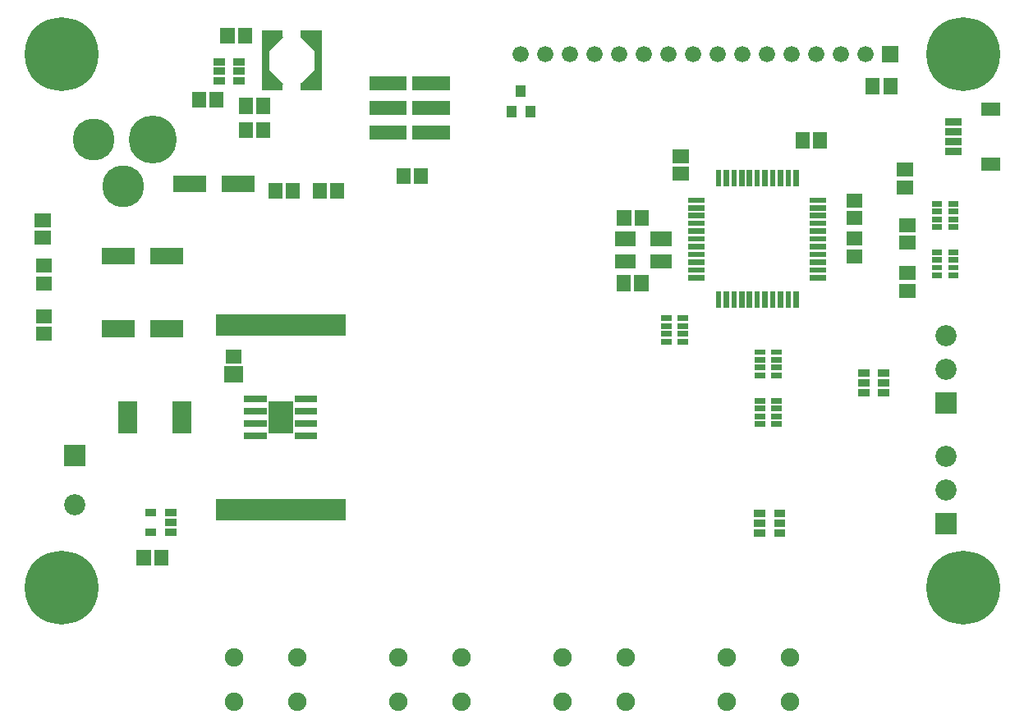
<source format=gbr>
G04 start of page 6 for group -4063 idx -4063 *
G04 Title: (unknown), componentmask *
G04 Creator: pcb 4.0.2 *
G04 CreationDate: Wed Jun 16 02:52:31 2021 UTC *
G04 For: railfan *
G04 Format: Gerber/RS-274X *
G04 PCB-Dimensions (mil): 4000.00 2900.00 *
G04 PCB-Coordinate-Origin: lower left *
%MOIN*%
%FSLAX25Y25*%
%LNTOPMASK*%
%ADD68C,0.1700*%
%ADD67C,0.1950*%
%ADD66C,0.0750*%
%ADD65C,0.0860*%
%ADD64C,0.0660*%
%ADD63C,0.0001*%
%ADD62C,0.2997*%
G54D62*X383000Y273000D03*
G54D63*G36*
X350200Y276300D02*Y269700D01*
X356800D01*
Y276300D01*
X350200D01*
G37*
G54D64*X343500Y273000D03*
X333500D03*
X323500D03*
X313500D03*
X303500D03*
X293500D03*
X283500D03*
X273500D03*
X263500D03*
X253500D03*
X243500D03*
X233500D03*
X223500D03*
X213500D03*
X203500D03*
G54D62*X17000Y56500D03*
G54D63*G36*
X18200Y114300D02*Y105700D01*
X26800D01*
Y114300D01*
X18200D01*
G37*
G54D65*X22500Y90000D03*
G54D66*X153905Y10142D03*
Y27858D03*
G54D62*X17000Y273000D03*
G54D66*X112795Y10142D03*
X87205D03*
X112795Y27858D03*
X87205D03*
G54D67*X54000Y238500D03*
G54D68*X30000D03*
X42000Y219500D03*
G54D66*X179495Y10142D03*
X246095D03*
X220505D03*
X312795D03*
X287205D03*
X179495Y27858D03*
X246095D03*
X220505D03*
X312795D03*
X287205D03*
G54D62*X383000Y56500D03*
G54D63*G36*
X371700Y86520D02*Y77920D01*
X380300D01*
Y86520D01*
X371700D01*
G37*
G54D65*X376000Y96000D03*
Y109779D03*
G54D63*G36*
X371700Y135520D02*Y126920D01*
X380300D01*
Y135520D01*
X371700D01*
G37*
G54D65*X376000Y145000D03*
Y158779D03*
G54D63*G36*
X62558Y223750D02*Y216850D01*
X75757D01*
Y223750D01*
X62558D01*
G37*
G36*
X82243D02*Y216850D01*
X95442D01*
Y223750D01*
X82243D01*
G37*
G36*
X158773Y226752D02*X153055D01*
Y220248D01*
X158773D01*
Y226752D01*
G37*
G36*
X165859D02*X160141D01*
Y220248D01*
X165859D01*
Y226752D01*
G37*
G36*
X53243Y194450D02*Y187550D01*
X66442D01*
Y194450D01*
X53243D01*
G37*
G36*
X33558D02*Y187550D01*
X46757D01*
Y194450D01*
X33558D01*
G37*
G36*
X106773Y220752D02*X101055D01*
Y214248D01*
X106773D01*
Y220752D01*
G37*
G36*
X113859D02*X108141D01*
Y214248D01*
X113859D01*
Y220752D01*
G37*
G36*
X124816D02*X119098D01*
Y214248D01*
X124816D01*
Y220752D01*
G37*
G36*
X131902D02*X126184D01*
Y214248D01*
X131902D01*
Y220752D01*
G37*
G36*
X142076Y263900D02*Y258300D01*
X157164D01*
Y263900D01*
X142076D01*
G37*
G36*
X159556D02*Y258300D01*
X174644D01*
Y263900D01*
X159556D01*
G37*
G36*
X142076Y253900D02*Y248300D01*
X157164D01*
Y253900D01*
X142076D01*
G37*
G36*
X159556D02*Y248300D01*
X174644D01*
Y253900D01*
X159556D01*
G37*
G36*
X101902Y255352D02*X96184D01*
Y248848D01*
X101902D01*
Y255352D01*
G37*
G36*
X94816D02*X89098D01*
Y248848D01*
X94816D01*
Y255352D01*
G37*
G36*
X75816Y257752D02*X70098D01*
Y251248D01*
X75816D01*
Y257752D01*
G37*
G36*
X82902D02*X77184D01*
Y251248D01*
X82902D01*
Y257752D01*
G37*
G36*
X142076Y243900D02*Y238300D01*
X157164D01*
Y243900D01*
X142076D01*
G37*
G36*
X159556D02*Y238300D01*
X174644D01*
Y243900D01*
X159556D01*
G37*
G36*
X99200Y262700D02*Y259100D01*
X102800D01*
Y262700D01*
X99200D01*
G37*
G36*
X118300D02*Y259100D01*
X121900D01*
Y262700D01*
X118300D01*
G37*
G36*
X78700Y271500D02*Y268500D01*
X83300D01*
Y271500D01*
X78700D01*
G37*
G36*
Y267600D02*Y264600D01*
X83300D01*
Y267600D01*
X78700D01*
G37*
G36*
Y263700D02*Y260700D01*
X83300D01*
Y263700D01*
X78700D01*
G37*
G36*
X86900D02*Y260700D01*
X91500D01*
Y263700D01*
X86900D01*
G37*
G36*
Y267600D02*Y264600D01*
X91500D01*
Y267600D01*
X86900D01*
G37*
G36*
Y271500D02*Y268500D01*
X91500D01*
Y271500D01*
X86900D01*
G37*
G36*
X94816Y245452D02*X89098D01*
Y238948D01*
X94816D01*
Y245452D01*
G37*
G36*
X6248Y201273D02*Y195555D01*
X12752D01*
Y201273D01*
X6248D01*
G37*
G36*
Y208359D02*Y202641D01*
X12752D01*
Y208359D01*
X6248D01*
G37*
G36*
X101902Y245452D02*X96184D01*
Y238948D01*
X101902D01*
Y245452D01*
G37*
G36*
X98400Y261200D02*Y258300D01*
X106900D01*
Y261200D01*
X98400D01*
G37*
G36*
X101300Y282600D02*X98400D01*
Y258300D01*
X101300D01*
Y282600D01*
G37*
G36*
X101000Y266919D02*X98454Y264373D01*
X104473Y258354D01*
X107019Y260900D01*
X101000Y266919D01*
G37*
G36*
X99200Y281800D02*Y278200D01*
X102800D01*
Y281800D01*
X99200D01*
G37*
G36*
X98400Y282600D02*Y279700D01*
X106900D01*
Y282600D01*
X98400D01*
G37*
G36*
X122700D02*X119800D01*
Y258300D01*
X122700D01*
Y282600D01*
G37*
G36*
X114200D02*Y279700D01*
X122700D01*
Y282600D01*
X114200D01*
G37*
G36*
X107019Y280000D02*X104473Y282546D01*
X98454Y276527D01*
X101000Y273981D01*
X107019Y280000D01*
G37*
G36*
X114200Y261200D02*Y258300D01*
X122700D01*
Y261200D01*
X114200D01*
G37*
G36*
X122646Y264373D02*X120100Y266919D01*
X114081Y260900D01*
X116627Y258354D01*
X122646Y264373D01*
G37*
G36*
X116627Y282546D02*X114081Y280000D01*
X120100Y273981D01*
X122646Y276527D01*
X116627Y282546D01*
G37*
G36*
X118300Y281800D02*Y278200D01*
X121900D01*
Y281800D01*
X118300D01*
G37*
G36*
X87316Y283752D02*X81598D01*
Y277248D01*
X87316D01*
Y283752D01*
G37*
G36*
X94402D02*X88684D01*
Y277248D01*
X94402D01*
Y283752D01*
G37*
G36*
X298580Y127062D02*Y124788D01*
X302724D01*
Y127062D01*
X298580D01*
G37*
G36*
Y123912D02*Y121640D01*
X302724D01*
Y123912D01*
X298580D01*
G37*
G36*
X305276D02*Y121640D01*
X309420D01*
Y123912D01*
X305276D01*
G37*
G36*
Y127062D02*Y124788D01*
X309420D01*
Y127062D01*
X305276D01*
G37*
G36*
Y130212D02*Y127938D01*
X309420D01*
Y130212D01*
X305276D01*
G37*
G36*
X298580Y133360D02*Y131088D01*
X302724D01*
Y133360D01*
X298580D01*
G37*
G36*
Y130212D02*Y127938D01*
X302724D01*
Y130212D01*
X298580D01*
G37*
G36*
Y153160D02*Y150888D01*
X302724D01*
Y153160D01*
X298580D01*
G37*
G36*
Y150012D02*Y147738D01*
X302724D01*
Y150012D01*
X298580D01*
G37*
G36*
Y146862D02*Y144588D01*
X302724D01*
Y146862D01*
X298580D01*
G37*
G36*
Y143712D02*Y141440D01*
X302724D01*
Y143712D01*
X298580D01*
G37*
G36*
X305276Y133360D02*Y131088D01*
X309420D01*
Y133360D01*
X305276D01*
G37*
G36*
Y143712D02*Y141440D01*
X309420D01*
Y143712D01*
X305276D01*
G37*
G36*
Y146862D02*Y144588D01*
X309420D01*
Y146862D01*
X305276D01*
G37*
G36*
Y150012D02*Y147738D01*
X309420D01*
Y150012D01*
X305276D01*
G37*
G36*
Y153160D02*Y150888D01*
X309420D01*
Y153160D01*
X305276D01*
G37*
G36*
X306300Y80100D02*Y77100D01*
X310900D01*
Y80100D01*
X306300D01*
G37*
G36*
X298100D02*Y77100D01*
X302700D01*
Y80100D01*
X298100D01*
G37*
G36*
X306300Y84000D02*Y81000D01*
X310900D01*
Y84000D01*
X306300D01*
G37*
G36*
X298100D02*Y81000D01*
X302700D01*
Y84000D01*
X298100D01*
G37*
G36*
X306300Y87900D02*Y84900D01*
X310900D01*
Y87900D01*
X306300D01*
G37*
G36*
X298100D02*Y84900D01*
X302700D01*
Y87900D01*
X298100D01*
G37*
G36*
X284839Y176615D02*X282665D01*
Y170015D01*
X284839D01*
Y176615D01*
G37*
G36*
X287988D02*X285814D01*
Y170015D01*
X287988D01*
Y176615D01*
G37*
G36*
X291138D02*X288964D01*
Y170015D01*
X291138D01*
Y176615D01*
G37*
G36*
X294287D02*X292113D01*
Y170015D01*
X294287D01*
Y176615D01*
G37*
G36*
X297437D02*X295263D01*
Y170015D01*
X297437D01*
Y176615D01*
G37*
G36*
X300587D02*X298413D01*
Y170015D01*
X300587D01*
Y176615D01*
G37*
G36*
X303736D02*X301562D01*
Y170015D01*
X303736D01*
Y176615D01*
G37*
G36*
X306886D02*X304712D01*
Y170015D01*
X306886D01*
Y176615D01*
G37*
G36*
X310035D02*X307861D01*
Y170015D01*
X310035D01*
Y176615D01*
G37*
G36*
X313185D02*X311011D01*
Y170015D01*
X313185D01*
Y176615D01*
G37*
G36*
X316335D02*X314161D01*
Y170015D01*
X316335D01*
Y176615D01*
G37*
G36*
X320885Y183339D02*Y181165D01*
X327485D01*
Y183339D01*
X320885D01*
G37*
G36*
Y186488D02*Y184314D01*
X327485D01*
Y186488D01*
X320885D01*
G37*
G36*
Y189638D02*Y187464D01*
X327485D01*
Y189638D01*
X320885D01*
G37*
G36*
Y192787D02*Y190613D01*
X327485D01*
Y192787D01*
X320885D01*
G37*
G36*
X348600Y137100D02*Y134100D01*
X353200D01*
Y137100D01*
X348600D01*
G37*
G36*
X340400D02*Y134100D01*
X345000D01*
Y137100D01*
X340400D01*
G37*
G36*
X348600Y141000D02*Y138000D01*
X353200D01*
Y141000D01*
X348600D01*
G37*
G36*
X340400D02*Y138000D01*
X345000D01*
Y141000D01*
X340400D01*
G37*
G36*
X348600Y144900D02*Y141900D01*
X353200D01*
Y144900D01*
X348600D01*
G37*
G36*
X340400D02*Y141900D01*
X345000D01*
Y144900D01*
X340400D01*
G37*
G36*
X349273Y263252D02*X343555D01*
Y256748D01*
X349273D01*
Y263252D01*
G37*
G36*
X356359D02*X350641D01*
Y256748D01*
X356359D01*
Y263252D01*
G37*
G36*
X201700Y252100D02*X197700D01*
Y247500D01*
X201700D01*
Y252100D01*
G37*
G36*
X209500D02*X205500D01*
Y247500D01*
X209500D01*
Y252100D01*
G37*
G36*
X205600Y260300D02*X201600D01*
Y255700D01*
X205600D01*
Y260300D01*
G37*
G36*
X255402Y209752D02*X249684D01*
Y203248D01*
X255402D01*
Y209752D01*
G37*
G36*
X248316D02*X242598D01*
Y203248D01*
X248316D01*
Y209752D01*
G37*
G36*
X248230Y183252D02*X242512D01*
Y176748D01*
X248230D01*
Y183252D01*
G37*
G36*
X255316D02*X249598D01*
Y176748D01*
X255316D01*
Y183252D01*
G37*
G36*
X241697Y191803D02*Y186085D01*
X250170D01*
Y191803D01*
X241697D01*
G37*
G36*
X256264D02*Y186085D01*
X264737D01*
Y191803D01*
X256264D01*
G37*
G36*
Y200859D02*Y195141D01*
X264737D01*
Y200859D01*
X256264D01*
G37*
G36*
X241697D02*Y195141D01*
X250170D01*
Y200859D01*
X241697D01*
G37*
G36*
X271515Y214835D02*Y212661D01*
X278115D01*
Y214835D01*
X271515D01*
G37*
G36*
Y211686D02*Y209512D01*
X278115D01*
Y211686D01*
X271515D01*
G37*
G36*
Y208536D02*Y206362D01*
X278115D01*
Y208536D01*
X271515D01*
G37*
G36*
Y205387D02*Y203213D01*
X278115D01*
Y205387D01*
X271515D01*
G37*
G36*
Y202237D02*Y200063D01*
X278115D01*
Y202237D01*
X271515D01*
G37*
G36*
Y199087D02*Y196913D01*
X278115D01*
Y199087D01*
X271515D01*
G37*
G36*
Y195938D02*Y193764D01*
X278115D01*
Y195938D01*
X271515D01*
G37*
G36*
Y192788D02*Y190614D01*
X278115D01*
Y192788D01*
X271515D01*
G37*
G36*
Y189639D02*Y187465D01*
X278115D01*
Y189639D01*
X271515D01*
G37*
G36*
Y186489D02*Y184315D01*
X278115D01*
Y186489D01*
X271515D01*
G37*
G36*
Y183339D02*Y181165D01*
X278115D01*
Y183339D01*
X271515D01*
G37*
G36*
X265248Y227316D02*Y221598D01*
X271752D01*
Y227316D01*
X265248D01*
G37*
G36*
Y234402D02*Y228684D01*
X271752D01*
Y234402D01*
X265248D01*
G37*
G36*
X260580Y166860D02*Y164588D01*
X264724D01*
Y166860D01*
X260580D01*
G37*
G36*
Y163712D02*Y161438D01*
X264724D01*
Y163712D01*
X260580D01*
G37*
G36*
Y160562D02*Y158288D01*
X264724D01*
Y160562D01*
X260580D01*
G37*
G36*
Y157412D02*Y155140D01*
X264724D01*
Y157412D01*
X260580D01*
G37*
G36*
X267276D02*Y155140D01*
X271420D01*
Y157412D01*
X267276D01*
G37*
G36*
Y160562D02*Y158288D01*
X271420D01*
Y160562D01*
X267276D01*
G37*
G36*
Y163712D02*Y161438D01*
X271420D01*
Y163712D01*
X267276D01*
G37*
G36*
Y166860D02*Y164588D01*
X271420D01*
Y166860D01*
X267276D01*
G37*
G36*
X357248Y179816D02*Y174098D01*
X363752D01*
Y179816D01*
X357248D01*
G37*
G36*
Y186902D02*Y181184D01*
X363752D01*
Y186902D01*
X357248D01*
G37*
G36*
X316335Y225985D02*X314161D01*
Y219385D01*
X316335D01*
Y225985D01*
G37*
G36*
X313186D02*X311012D01*
Y219385D01*
X313186D01*
Y225985D01*
G37*
G36*
X310036D02*X307862D01*
Y219385D01*
X310036D01*
Y225985D01*
G37*
G36*
X306887D02*X304713D01*
Y219385D01*
X306887D01*
Y225985D01*
G37*
G36*
X303737D02*X301563D01*
Y219385D01*
X303737D01*
Y225985D01*
G37*
G36*
X300587D02*X298413D01*
Y219385D01*
X300587D01*
Y225985D01*
G37*
G36*
X297438D02*X295264D01*
Y219385D01*
X297438D01*
Y225985D01*
G37*
G36*
X294288D02*X292114D01*
Y219385D01*
X294288D01*
Y225985D01*
G37*
G36*
X291139D02*X288965D01*
Y219385D01*
X291139D01*
Y225985D01*
G37*
G36*
X287989D02*X285815D01*
Y219385D01*
X287989D01*
Y225985D01*
G37*
G36*
X284839D02*X282665D01*
Y219385D01*
X284839D01*
Y225985D01*
G37*
G36*
X320816Y241252D02*X315098D01*
Y234748D01*
X320816D01*
Y241252D01*
G37*
G36*
X327902D02*X322184D01*
Y234748D01*
X327902D01*
Y241252D01*
G37*
G36*
X320885Y195937D02*Y193763D01*
X327485D01*
Y195937D01*
X320885D01*
G37*
G36*
Y199087D02*Y196913D01*
X327485D01*
Y199087D01*
X320885D01*
G37*
G36*
Y202236D02*Y200062D01*
X327485D01*
Y202236D01*
X320885D01*
G37*
G36*
Y205386D02*Y203212D01*
X327485D01*
Y205386D01*
X320885D01*
G37*
G36*
Y208535D02*Y206361D01*
X327485D01*
Y208535D01*
X320885D01*
G37*
G36*
Y211685D02*Y209511D01*
X327485D01*
Y211685D01*
X320885D01*
G37*
G36*
Y214835D02*Y212661D01*
X327485D01*
Y214835D01*
X320885D01*
G37*
G36*
X335748Y216402D02*Y210684D01*
X342252D01*
Y216402D01*
X335748D01*
G37*
G36*
Y193816D02*Y188098D01*
X342252D01*
Y193816D01*
X335748D01*
G37*
G36*
Y200902D02*Y195184D01*
X342252D01*
Y200902D01*
X335748D01*
G37*
G36*
Y209316D02*Y203598D01*
X342252D01*
Y209316D01*
X335748D01*
G37*
G36*
X376976Y184312D02*Y182040D01*
X381120D01*
Y184312D01*
X376976D01*
G37*
G36*
X370280D02*Y182040D01*
X374424D01*
Y184312D01*
X370280D01*
G37*
G36*
X376976Y187462D02*Y185188D01*
X381120D01*
Y187462D01*
X376976D01*
G37*
G36*
Y190612D02*Y188338D01*
X381120D01*
Y190612D01*
X376976D01*
G37*
G36*
Y193760D02*Y191488D01*
X381120D01*
Y193760D01*
X376976D01*
G37*
G36*
X370280Y190612D02*Y188338D01*
X374424D01*
Y190612D01*
X370280D01*
G37*
G36*
Y187462D02*Y185188D01*
X374424D01*
Y187462D01*
X370280D01*
G37*
G36*
Y193760D02*Y191488D01*
X374424D01*
Y193760D01*
X370280D01*
G37*
G36*
X376976Y203912D02*Y201640D01*
X381120D01*
Y203912D01*
X376976D01*
G37*
G36*
X370280D02*Y201640D01*
X374424D01*
Y203912D01*
X370280D01*
G37*
G36*
X376976Y207061D02*Y204788D01*
X381120D01*
Y207061D01*
X376976D01*
G37*
G36*
X370280D02*Y204788D01*
X374424D01*
Y207061D01*
X370280D01*
G37*
G36*
X357248Y206502D02*Y200784D01*
X363752D01*
Y206502D01*
X357248D01*
G37*
G36*
Y199416D02*Y193698D01*
X363752D01*
Y199416D01*
X357248D01*
G37*
G36*
X376976Y210211D02*Y207939D01*
X381120D01*
Y210211D01*
X376976D01*
G37*
G36*
X370280D02*Y207939D01*
X374424D01*
Y210211D01*
X370280D01*
G37*
G36*
X376976Y213360D02*Y211088D01*
X381120D01*
Y213360D01*
X376976D01*
G37*
G36*
X370280D02*Y211088D01*
X374424D01*
Y213360D01*
X370280D01*
G37*
G36*
X356248Y221816D02*Y216098D01*
X362752D01*
Y221816D01*
X356248D01*
G37*
G36*
X375649Y235075D02*Y232113D01*
X382351D01*
Y235075D01*
X375649D01*
G37*
G36*
Y239012D02*Y236050D01*
X382351D01*
Y239012D01*
X375649D01*
G37*
G36*
Y242950D02*Y239988D01*
X382351D01*
Y242950D01*
X375649D01*
G37*
G36*
Y246887D02*Y243925D01*
X382351D01*
Y246887D01*
X375649D01*
G37*
G36*
X390413Y231138D02*Y225814D01*
X398099D01*
Y231138D01*
X390413D01*
G37*
G36*
Y253186D02*Y247862D01*
X398099D01*
Y253186D01*
X390413D01*
G37*
G36*
X356248Y228902D02*Y223184D01*
X362752D01*
Y228902D01*
X356248D01*
G37*
G36*
X53243Y164950D02*Y158050D01*
X66442D01*
Y164950D01*
X53243D01*
G37*
G36*
X33558D02*Y158050D01*
X46757D01*
Y164950D01*
X33558D01*
G37*
G36*
X6748Y162316D02*Y156598D01*
X13252D01*
Y162316D01*
X6748D01*
G37*
G36*
Y169402D02*Y163684D01*
X13252D01*
Y169402D01*
X6748D01*
G37*
G36*
Y182816D02*Y177098D01*
X13252D01*
Y182816D01*
X6748D01*
G37*
G36*
Y189902D02*Y184184D01*
X13252D01*
Y189902D01*
X6748D01*
G37*
G36*
X60402Y71752D02*X54684D01*
Y65248D01*
X60402D01*
Y71752D01*
G37*
G36*
X53316D02*X47598D01*
Y65248D01*
X53316D01*
Y71752D01*
G37*
G36*
X51000Y88300D02*Y85300D01*
X55600D01*
Y88300D01*
X51000D01*
G37*
G36*
Y80500D02*Y77500D01*
X55600D01*
Y80500D01*
X51000D01*
G37*
G36*
X59200D02*Y77500D01*
X63800D01*
Y80500D01*
X59200D01*
G37*
G36*
Y84400D02*Y81400D01*
X63800D01*
Y84400D01*
X59200D01*
G37*
G36*
Y88300D02*Y85300D01*
X63800D01*
Y88300D01*
X59200D01*
G37*
G36*
X79700Y92398D02*Y83798D01*
X132300D01*
Y92398D01*
X79700D01*
G37*
G36*
X111700Y119300D02*Y116700D01*
X120800D01*
Y119300D01*
X111700D01*
G37*
G36*
Y124300D02*Y121700D01*
X120800D01*
Y124300D01*
X111700D01*
G37*
G36*
Y129300D02*Y126700D01*
X120800D01*
Y129300D01*
X111700D01*
G37*
G36*
Y134300D02*Y131700D01*
X120800D01*
Y134300D01*
X111700D01*
G37*
G36*
X91200D02*Y131700D01*
X100300D01*
Y134300D01*
X91200D01*
G37*
G36*
Y129300D02*Y126700D01*
X100300D01*
Y129300D01*
X91200D01*
G37*
G36*
Y124300D02*Y121700D01*
X100300D01*
Y124300D01*
X91200D01*
G37*
G36*
X111025Y131605D02*X100975D01*
Y119395D01*
X111025D01*
Y131605D01*
G37*
G36*
Y131905D02*X100975D01*
Y119095D01*
X111025D01*
Y131905D01*
G37*
G36*
X91200Y119300D02*Y116700D01*
X100300D01*
Y119300D01*
X91200D01*
G37*
G36*
X69868Y132100D02*X62181D01*
Y118901D01*
X69868D01*
Y132100D01*
G37*
G36*
X47819D02*X40132D01*
Y118901D01*
X47819D01*
Y132100D01*
G37*
G36*
X83748Y152902D02*Y147184D01*
X90252D01*
Y152902D01*
X83748D01*
G37*
G36*
X79700Y167202D02*Y158602D01*
X132300D01*
Y167202D01*
X79700D01*
G37*
G36*
X83248Y146316D02*Y139598D01*
X90752D01*
Y146316D01*
X83248D01*
G37*
M02*

</source>
